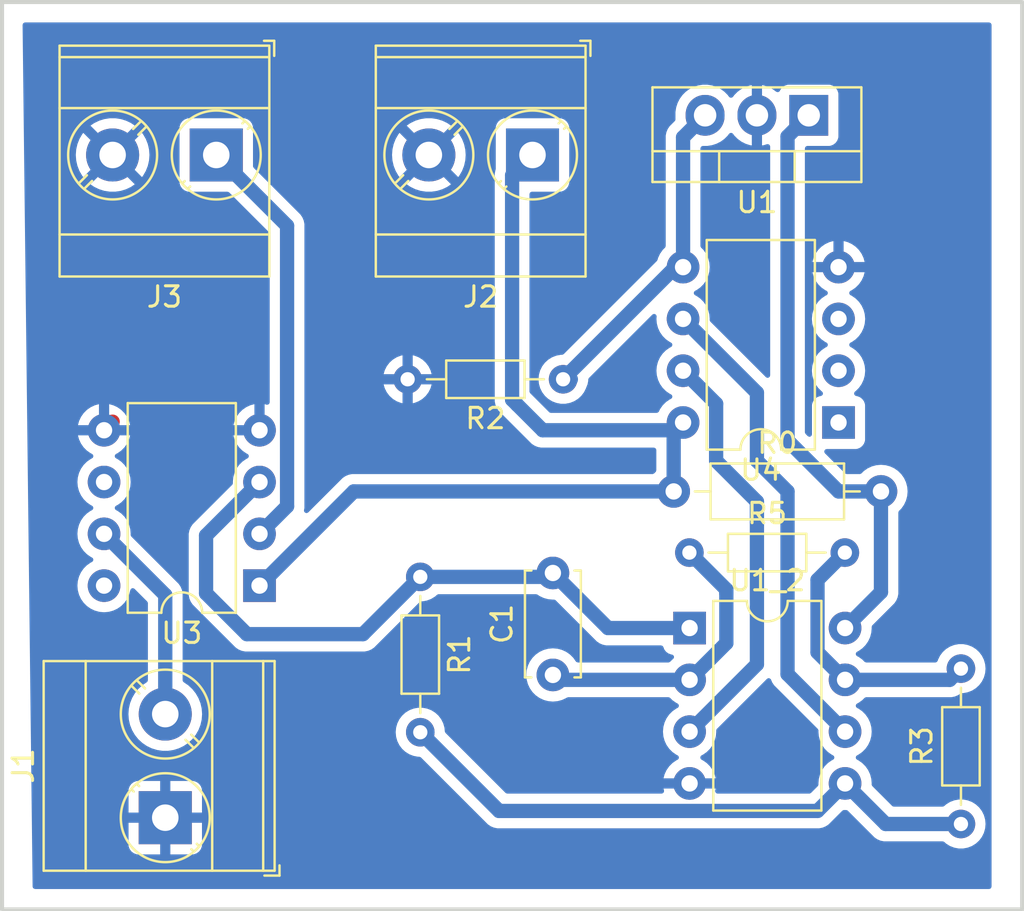
<source format=kicad_pcb>
(kicad_pcb (version 20240108) (generator "pcbnew") (generator_version "8.0")
  (layers (0 "F.Cu" signal) (31 "B.Cu" signal) (34 "B.Paste" user) (35 "F.Paste" user) (36 "B.SilkS" user "B.Silkscreen") (37 "F.SilkS" user "F.Silkscreen") (38 "B.Mask" user) (39 "F.Mask" user) (44 "Edge.Cuts" user))
  (net 0 "")
  (net 1 "Vb")
  (net 2 "Net-(U1_2-Pin_2)")
  (net 3 "Vcc")
  (net 4 "GND")
  (net 5 "Vr")
  (net 6 "Net-(U1_2-Pin_5)")
  (net 7 "Va")
  (net 8 "Net-(U1_2-Pin_3)")
  (net 9 "in_-")
  (net 14 "Net-(J1-Pin_2)")
  (net 16 "Net-(U1-VO)")
  (footprint "TerminalBlock_Phoenix:TerminalBlock_Phoenix_MKDS-3-2-5.08_1x02_P5.08mm_Horizontal" (layer "F.Cu") (at 138.5 82 180)
    (property "Reference" "J2" (at 2.54 -6.96 0) (layer "F.SilkS"))
    (property "Value" "V1_12")
    (fp_line (start 7.68 -5.96) (end 7.68 5.36) (stroke (width 0.12)) (layer "F.SilkS"))
    (fp_line (start 6.734 -1.388) (end 6.339 -0.992) (stroke (width 0.12)) (layer "F.SilkS"))
    (fp_line (start 6.468 -1.654) (end 6.088 -1.274) (stroke (width 0.12)) (layer "F.SilkS"))
    (fp_line (start 4.073 1.274) (end 3.693 1.654) (stroke (width 0.12)) (layer "F.SilkS"))
    (fp_line (start 3.822 0.992) (end 3.427 1.388) (stroke (width 0.12)) (layer "F.SilkS"))
    (fp_line (start 1.654 -1.388) (end 1.547 -1.281) (stroke (width 0.12)) (layer "F.SilkS"))
    (fp_line (start 1.388 -1.654) (end 1.281 -1.547) (stroke (width 0.12)) (layer "F.SilkS"))
    (fp_line (start -1.282 1.547) (end -1.388 1.654) (stroke (width 0.12)) (layer "F.SilkS"))
    (fp_line (start -1.548 1.281) (end -1.654 1.388) (stroke (width 0.12)) (layer "F.SilkS"))
    (fp_line (start -2.6 5.36) (end 7.68 5.36) (stroke (width 0.12)) (layer "F.SilkS"))
    (fp_line (start -2.6 4.8) (end 7.68 4.8) (stroke (width 0.12)) (layer "F.SilkS"))
    (fp_line (start -2.6 2.3) (end 7.68 2.3) (stroke (width 0.12)) (layer "F.SilkS"))
    (fp_line (start -2.6 -3.9) (end 7.68 -3.9) (stroke (width 0.12)) (layer "F.SilkS"))
    (fp_line (start -2.6 -5.96) (end 7.68 -5.96) (stroke (width 0.12)) (layer "F.SilkS"))
    (fp_line (start -2.6 -5.96) (end -2.6 5.36) (stroke (width 0.12)) (layer "F.SilkS"))
    (fp_line (start -2.84 5.6) (end -2.34 5.6) (stroke (width 0.12)) (layer "F.SilkS"))
    (fp_line (start -2.84 4.86) (end -2.84 5.6) (stroke (width 0.12)) (layer "F.SilkS"))
    (fp_circle (center 5.08 0) (end 7.26 0) (stroke (width 0.12)) (fill none) (layer "F.SilkS"))
    (fp_circle (center 0 0) (end 2.18 0) (stroke (width 0.12)) (fill none) (layer "F.SilkS"))
    (pad "1" thru_hole rect (at 0 0 180) (size 2.6 2.6) (drill 1.3) (layers "*.Cu" "*.Mask") (net 3 "Vcc"))
    (pad "2" thru_hole circle (at 5.08 0 180) (size 2.6 2.6) (drill 1.3) (layers "*.Cu" "*.Mask") (net 4 "GND"))
  )
  (footprint "Package_DIP:DIP-8_W7.62mm" (layer "F.Cu") (at 146.2 105.2)
    (property "Reference" "U1_2" (at 3.81 -2.33 0) (layer "F.SilkS"))
    (property "Value" "ADTL082")
    (fp_line (start 1.16 -1.33) (end 1.16 8.95) (stroke (width 0.12)) (layer "F.SilkS"))
    (fp_line (start 1.16 8.95) (end 6.46 8.95) (stroke (width 0.12)) (layer "F.SilkS"))
    (fp_line (start 2.81 -1.33) (end 1.16 -1.33) (stroke (width 0.12)) (layer "F.SilkS"))
    (fp_line (start 6.46 -1.33) (end 4.81 -1.33) (stroke (width 0.12)) (layer "F.SilkS"))
    (fp_line (start 6.46 8.95) (end 6.46 -1.33) (stroke (width 0.12)) (layer "F.SilkS"))
    (fp_arc (start 4.81 -1.33) (mid 3.81 -0.33) (end 2.81 -1.33) (stroke (width 0.12)) (layer "F.SilkS"))
    (pad "1" thru_hole rect (at 0 0) (size 1.6 1.6) (drill 0.8) (layers "*.Cu" "*.Mask") (net 1 "Vb"))
    (pad "2" thru_hole oval (at 0 2.54) (size 1.6 1.6) (drill 0.8) (layers "*.Cu" "*.Mask") (net 2 "Net-(U1_2-Pin_2)"))
    (pad "3" thru_hole oval (at 0 5.08) (size 1.6 1.6) (drill 0.8) (layers "*.Cu" "*.Mask") (net 8 "Net-(U1_2-Pin_3)"))
    (pad "4" thru_hole oval (at 0 7.62) (size 1.6 1.6) (drill 0.8) (layers "*.Cu" "*.Mask") (net 4 "GND"))
    (pad "5" thru_hole oval (at 7.62 7.62) (size 1.6 1.6) (drill 0.8) (layers "*.Cu" "*.Mask") (net 6 "Net-(U1_2-Pin_5)"))
    (pad "6" thru_hole oval (at 7.62 5.08) (size 1.6 1.6) (drill 0.8) (layers "*.Cu" "*.Mask") (net 9 "in_-"))
    (pad "7" thru_hole oval (at 7.62 2.54) (size 1.6 1.6) (drill 0.8) (layers "*.Cu" "*.Mask") (net 7 "Va"))
    (pad "8" thru_hole oval (at 7.62 0) (size 1.6 1.6) (drill 0.8) (layers "*.Cu" "*.Mask") (net 3 "Vcc"))
  )
  (footprint "TerminalBlock_Phoenix:TerminalBlock_Phoenix_MKDS-3-2-5.08_1x02_P5.08mm_Horizontal" (layer "F.Cu") (at 120.5 114.5 90)
    (property "Reference" "J1" (at 2.54 -6.96 90) (layer "F.SilkS"))
    (property "Value" "OUT")
    (fp_line (start 7.68 -5.96) (end 7.68 5.36) (stroke (width 0.12)) (layer "F.SilkS"))
    (fp_line (start -2.6 -5.96) (end 7.68 -5.96) (stroke (width 0.12)) (layer "F.SilkS"))
    (fp_line (start -2.6 -5.96) (end -2.6 5.36) (stroke (width 0.12)) (layer "F.SilkS"))
    (fp_line (start -2.6 -3.9) (end 7.68 -3.9) (stroke (width 0.12)) (layer "F.SilkS"))
    (fp_line (start 6.468 -1.654) (end 6.088 -1.274) (stroke (width 0.12)) (layer "F.SilkS"))
    (fp_line (start 1.388 -1.654) (end 1.281 -1.547) (stroke (width 0.12)) (layer "F.SilkS"))
    (fp_line (start 6.734 -1.388) (end 6.339 -0.992) (stroke (width 0.12)) (layer "F.SilkS"))
    (fp_line (start 1.654 -1.388) (end 1.547 -1.281) (stroke (width 0.12)) (layer "F.SilkS"))
    (fp_line (start 3.822 0.992) (end 3.427 1.388) (stroke (width 0.12)) (layer "F.SilkS"))
    (fp_line (start 4.073 1.274) (end 3.693 1.654) (stroke (width 0.12)) (layer "F.SilkS"))
    (fp_line (start -1.548 1.281) (end -1.654 1.388) (stroke (width 0.12)) (layer "F.SilkS"))
    (fp_line (start -1.282 1.547) (end -1.388 1.654) (stroke (width 0.12)) (layer "F.SilkS"))
    (fp_line (start -2.6 2.3) (end 7.68 2.3) (stroke (width 0.12)) (layer "F.SilkS"))
    (fp_line (start -2.6 4.8) (end 7.68 4.8) (stroke (width 0.12)) (layer "F.SilkS"))
    (fp_line (start -2.84 4.86) (end -2.84 5.6) (stroke (width 0.12)) (layer "F.SilkS"))
    (fp_line (start -2.6 5.36) (end 7.68 5.36) (stroke (width 0.12)) (layer "F.SilkS"))
    (fp_line (start -2.84 5.6) (end -2.34 5.6) (stroke (width 0.12)) (layer "F.SilkS"))
    (fp_circle (center 5.08 0) (end 7.26 0) (stroke (width 0.12)) (fill none) (layer "F.SilkS"))
    (fp_circle (center 0 0) (end 2.18 0) (stroke (width 0.12)) (fill none) (layer "F.SilkS"))
    (pad "1" thru_hole rect (at 0 0 90) (size 2.6 2.6) (drill 1.3) (layers "*.Cu" "*.Mask") (net 4 "GND"))
    (pad "2" thru_hole circle (at 5.08 0 90) (size 2.6 2.6) (drill 1.3) (layers "*.Cu" "*.Mask") (net 14 "Net-(J1-Pin_2)"))
  )
  (footprint "Resistor_THT:R_Axial_DIN0207_L6.3mm_D2.5mm_P10.16mm_Horizontal" (layer "F.Cu") (at 145.42 98.5)
    (property "Reference" "R0" (at 5.08 -2.37 0) (layer "F.SilkS"))
    (property "Value" "0")
    (fp_line (start 1.04 0) (end 1.81 0) (stroke (width 0.12)) (layer "F.SilkS"))
    (fp_line (start 1.81 -1.37) (end 1.81 1.37) (stroke (width 0.12)) (layer "F.SilkS"))
    (fp_line (start 1.81 1.37) (end 8.35 1.37) (stroke (width 0.12)) (layer "F.SilkS"))
    (fp_line (start 8.35 -1.37) (end 1.81 -1.37) (stroke (width 0.12)) (layer "F.SilkS"))
    (fp_line (start 8.35 1.37) (end 8.35 -1.37) (stroke (width 0.12)) (layer "F.SilkS"))
    (fp_line (start 9.12 0) (end 8.35 0) (stroke (width 0.12)) (layer "F.SilkS"))
    (pad "1" thru_hole circle (at 0 0) (size 1.6 1.6) (drill 0.8) (layers "*.Cu" "*.Mask") (net 3 "Vcc"))
    (pad "2" thru_hole oval (at 10.16 0) (size 1.6 1.6) (drill 0.8) (layers "*.Cu" "*.Mask") (net 3 "Vcc"))
  )
  (footprint "Package_DIP:DIP-8_W7.62mm" (layer "F.Cu") (at 153.5 95.12 180)
    (property "Reference" "U4" (at 3.81 -2.33 0) (layer "F.SilkS"))
    (property "Value" "ADTL082")
    (fp_line (start 6.46 8.95) (end 6.46 -1.33) (stroke (width 0.12)) (layer "F.SilkS"))
    (fp_line (start 6.46 -1.33) (end 4.81 -1.33) (stroke (width 0.12)) (layer "F.SilkS"))
    (fp_line (start 2.81 -1.33) (end 1.16 -1.33) (stroke (width 0.12)) (layer "F.SilkS"))
    (fp_line (start 1.16 8.95) (end 6.46 8.95) (stroke (width 0.12)) (layer "F.SilkS"))
    (fp_line (start 1.16 -1.33) (end 1.16 8.95) (stroke (width 0.12)) (layer "F.SilkS"))
    (fp_arc (start 4.81 -1.33) (mid 3.81 -0.33) (end 2.81 -1.33) (stroke (width 0.12)) (layer "F.SilkS"))
    (pad "1" thru_hole rect (at 0 0 180) (size 1.6 1.6) (drill 0.8) (layers "*.Cu" "*.Mask"))
    (pad "2" thru_hole oval (at 0 2.54 180) (size 1.6 1.6) (drill 0.8) (layers "*.Cu" "*.Mask"))
    (pad "3" thru_hole oval (at 0 5.08 180) (size 1.6 1.6) (drill 0.8) (layers "*.Cu" "*.Mask"))
    (pad "4" thru_hole oval (at 0 7.62 180) (size 1.6 1.6) (drill 0.8) (layers "*.Cu" "*.Mask") (net 4 "GND"))
    (pad "5" thru_hole oval (at 7.62 7.62 180) (size 1.6 1.6) (drill 0.8) (layers "*.Cu" "*.Mask") (net 16 "Net-(U1-VO)"))
    (pad "6" thru_hole oval (at 7.62 5.08 180) (size 1.6 1.6) (drill 0.8) (layers "*.Cu" "*.Mask") (net 9 "in_-"))
    (pad "7" thru_hole oval (at 7.62 2.54 180) (size 1.6 1.6) (drill 0.8) (layers "*.Cu" "*.Mask") (net 8 "Net-(U1_2-Pin_3)"))
    (pad "8" thru_hole oval (at 7.62 0 180) (size 1.6 1.6) (drill 0.8) (layers "*.Cu" "*.Mask") (net 3 "Vcc"))
  )
  (footprint "Resistor_THT:R_Axial_DIN0204_L3.6mm_D1.6mm_P7.62mm_Horizontal" (layer "F.Cu") (at 133 102.69 -90)
    (property "Reference" "R1" (at 3.81 -1.92 90) (layer "F.SilkS"))
    (property "Value" "22K")
    (fp_line (start 1.89 0.92) (end 5.73 0.92) (stroke (width 0.12)) (layer "F.SilkS"))
    (fp_line (start 5.73 0.92) (end 5.73 -0.92) (stroke (width 0.12)) (layer "F.SilkS"))
    (fp_line (start 0.94 0) (end 1.89 0) (stroke (width 0.12)) (layer "F.SilkS"))
    (fp_line (start 6.68 0) (end 5.73 0) (stroke (width 0.12)) (layer "F.SilkS"))
    (fp_line (start 1.89 -0.92) (end 1.89 0.92) (stroke (width 0.12)) (layer "F.SilkS"))
    (fp_line (start 5.73 -0.92) (end 1.89 -0.92) (stroke (width 0.12)) (layer "F.SilkS"))
    (pad "1" thru_hole circle (at 0 0 270) (size 1.4 1.4) (drill 0.7) (layers "*.Cu" "*.Mask") (net 1 "Vb"))
    (pad "2" thru_hole oval (at 7.62 0 270) (size 1.4 1.4) (drill 0.7) (layers "*.Cu" "*.Mask") (net 6 "Net-(U1_2-Pin_5)"))
  )
  (footprint "Resistor_THT:R_Axial_DIN0204_L3.6mm_D1.6mm_P7.62mm_Horizontal" (layer "F.Cu") (at 159.5 114.81 90)
    (property "Reference" "R3" (at 3.81 -1.92 90) (layer "F.SilkS"))
    (property "Value" "150K")
    (fp_line (start 5.73 -0.92) (end 1.89 -0.92) (stroke (width 0.12)) (layer "F.SilkS"))
    (fp_line (start 1.89 -0.92) (end 1.89 0.92) (stroke (width 0.12)) (layer "F.SilkS"))
    (fp_line (start 6.68 0) (end 5.73 0) (stroke (width 0.12)) (layer "F.SilkS"))
    (fp_line (start 0.94 0) (end 1.89 0) (stroke (width 0.12)) (layer "F.SilkS"))
    (fp_line (start 5.73 0.92) (end 5.73 -0.92) (stroke (width 0.12)) (layer "F.SilkS"))
    (fp_line (start 1.89 0.92) (end 5.73 0.92) (stroke (width 0.12)) (layer "F.SilkS"))
    (pad "1" thru_hole circle (at 0 0 90) (size 1.4 1.4) (drill 0.7) (layers "*.Cu" "*.Mask") (net 6 "Net-(U1_2-Pin_5)"))
    (pad "2" thru_hole oval (at 7.62 0 90) (size 1.4 1.4) (drill 0.7) (layers "*.Cu" "*.Mask") (net 7 "Va"))
  )
  (footprint "Package_DIP:DIP-8_W7.62mm" (layer "F.Cu") (at 125.12 103.12 180)
    (property "Reference" "U3" (at 3.81 -2.33 0) (layer "F.SilkS"))
    (property "Value" "LT1016")
    (fp_line (start 6.46 8.95) (end 6.46 -1.33) (stroke (width 0.12)) (layer "F.SilkS"))
    (fp_line (start 6.46 -1.33) (end 4.81 -1.33) (stroke (width 0.12)) (layer "F.SilkS"))
    (fp_line (start 2.81 -1.33) (end 1.16 -1.33) (stroke (width 0.12)) (layer "F.SilkS"))
    (fp_line (start 1.16 8.95) (end 6.46 8.95) (stroke (width 0.12)) (layer "F.SilkS"))
    (fp_line (start 1.16 -1.33) (end 1.16 8.95) (stroke (width 0.12)) (layer "F.SilkS"))
    (fp_arc (start 4.81 -1.33) (mid 3.81 -0.33) (end 2.81 -1.33) (stroke (width 0.12)) (layer "F.SilkS"))
    (pad "1" thru_hole rect (at 0 0 180) (size 1.6 1.6) (drill 0.8) (layers "*.Cu" "*.Mask") (net 3 "Vcc"))
    (pad "2" thru_hole oval (at 0 2.54 180) (size 1.6 1.6) (drill 0.8) (layers "*.Cu" "*.Mask") (net 5 "Vr"))
    (pad "3" thru_hole oval (at 0 5.08 180) (size 1.6 1.6) (drill 0.8) (layers "*.Cu" "*.Mask") (net 1 "Vb"))
    (pad "4" thru_hole oval (at 0 7.62 180) (size 1.6 1.6) (drill 0.8) (layers "*.Cu" "*.Mask") (net 4 "GND"))
    (pad "5" thru_hole oval (at 7.62 7.62 180) (size 1.6 1.6) (drill 0.8) (layers "*.Cu" "*.Mask") (net 4 "GND"))
    (pad "6" thru_hole oval (at 7.62 5.08 180) (size 1.6 1.6) (drill 0.8) (layers "*.Cu" "*.Mask"))
    (pad "7" thru_hole oval (at 7.62 2.54 180) (size 1.6 1.6) (drill 0.8) (layers "*.Cu" "*.Mask") (net 14 "Net-(J1-Pin_2)"))
    (pad "8" thru_hole oval (at 7.62 0 180) (size 1.6 1.6) (drill 0.8) (layers "*.Cu" "*.Mask"))
  )
  (footprint "Capacitor_THT:C_Disc_D5.0mm_W2.5mm_P5.00mm" (layer "F.Cu") (at 139.5 107.5 90)
    (property "Reference" "C1" (at 2.5 -2.5 90) (layer "F.SilkS"))
    (property "Value" "220p")
    (fp_line (start 5.12 -1.37) (end 5.12 -1.055) (stroke (width 0.12)) (layer "F.SilkS"))
    (fp_line (start -0.12 -1.37) (end 5.12 -1.37) (stroke (width 0.12)) (layer "F.SilkS"))
    (fp_line (start -0.12 -1.37) (end -0.12 -1.055) (stroke (width 0.12)) (layer "F.SilkS"))
    (fp_line (start 5.12 1.055) (end 5.12 1.37) (stroke (width 0.12)) (layer "F.SilkS"))
    (fp_line (start -0.12 1.055) (end -0.12 1.37) (stroke (width 0.12)) (layer "F.SilkS"))
    (fp_line (start -0.12 1.37) (end 5.12 1.37) (stroke (width 0.12)) (layer "F.SilkS"))
    (pad "1" thru_hole circle (at 0 0 90) (size 1.6 1.6) (drill 0.8) (layers "*.Cu" "*.Mask") (net 2 "Net-(U1_2-Pin_2)"))
    (pad "2" thru_hole circle (at 5 0 90) (size 1.6 1.6) (drill 0.8) (layers "*.Cu" "*.Mask") (net 1 "Vb"))
  )
  (footprint "Resistor_THT:R_Axial_DIN0204_L3.6mm_D1.6mm_P7.62mm_Horizontal" (layer "F.Cu") (at 146.19 101.5)
    (property "Reference" "R5" (at 3.81 -1.92 0) (layer "F.SilkS"))
    (property "Value" "22K")
    (fp_line (start 0.94 0) (end 1.89 0) (stroke (width 0.12)) (layer "F.SilkS"))
    (fp_line (start 1.89 -0.92) (end 1.89 0.92) (stroke (width 0.12)) (layer "F.SilkS"))
    (fp_line (start 1.89 0.92) (end 5.73 0.92) (stroke (width 0.12)) (layer "F.SilkS"))
    (fp_line (start 5.73 -0.92) (end 1.89 -0.92) (stroke (width 0.12)) (layer "F.SilkS"))
    (fp_line (start 5.73 0.92) (end 5.73 -0.92) (stroke (width 0.12)) (layer "F.SilkS"))
    (fp_line (start 6.68 0) (end 5.73 0) (stroke (width 0.12)) (layer "F.SilkS"))
    (pad "1" thru_hole circle (at 0 0) (size 1.4 1.4) (drill 0.7) (layers "*.Cu" "*.Mask") (net 2 "Net-(U1_2-Pin_2)"))
    (pad "2" thru_hole oval (at 7.62 0) (size 1.4 1.4) (drill 0.7) (layers "*.Cu" "*.Mask") (net 7 "Va"))
  )
  (footprint "Package_TO_SOT_THT:TO-220-3_Vertical" (layer "F.Cu") (at 152.04 80.055 180)
    (property "Reference" "U1" (at 2.54 -4.27 0) (layer "F.SilkS"))
    (property "Value" "LM7806_TO220")
    (fp_line (start 7.66 -3.27) (end 7.66 1.371) (stroke (width 0.12)) (layer "F.SilkS"))
    (fp_line (start 4.391 -3.27) (end 4.391 -1.76) (stroke (width 0.12)) (layer "F.SilkS"))
    (fp_line (start 0.69 -3.27) (end 0.69 -1.76) (stroke (width 0.12)) (layer "F.SilkS"))
    (fp_line (start -2.58 1.371) (end 7.66 1.371) (stroke (width 0.12)) (layer "F.SilkS"))
    (fp_line (start -2.58 -1.76) (end 7.66 -1.76) (stroke (width 0.12)) (layer "F.SilkS"))
    (fp_line (start -2.58 -3.27) (end 7.66 -3.27) (stroke (width 0.12)) (layer "F.SilkS"))
    (fp_line (start -2.58 -3.27) (end -2.58 1.371) (stroke (width 0.12)) (layer "F.SilkS"))
    (pad "1" thru_hole rect (at 0 0 180) (size 1.905 2) (drill 1.1) (layers "*.Cu" "*.Mask") (net 3 "Vcc"))
    (pad "2" thru_hole oval (at 2.54 0 180) (size 1.905 2) (drill 1.1) (layers "*.Cu" "*.Mask") (net 4 "GND"))
    (pad "3" thru_hole oval (at 5.08 0 180) (size 1.905 2) (drill 1.1) (layers "*.Cu" "*.Mask") (net 16 "Net-(U1-VO)"))
  )
  (footprint "Resistor_THT:R_Axial_DIN0204_L3.6mm_D1.6mm_P7.62mm_Horizontal" (layer "F.Cu") (at 140 93 180)
    (property "Reference" "R2" (at 3.81 -1.92 0) (layer "F.SilkS"))
    (property "Value" "100k")
    (fp_line (start 6.68 0) (end 5.73 0) (stroke (width 0.12)) (layer "F.SilkS"))
    (fp_line (start 5.73 0.92) (end 5.73 -0.92) (stroke (width 0.12)) (layer "F.SilkS"))
    (fp_line (start 5.73 -0.92) (end 1.89 -0.92) (stroke (width 0.12)) (layer "F.SilkS"))
    (fp_line (start 1.89 0.92) (end 5.73 0.92) (stroke (width 0.12)) (layer "F.SilkS"))
    (fp_line (start 1.89 -0.92) (end 1.89 0.92) (stroke (width 0.12)) (layer "F.SilkS"))
    (fp_line (start 0.94 0) (end 1.89 0) (stroke (width 0.12)) (layer "F.SilkS"))
    (pad "1" thru_hole circle (at 0 0 180) (size 1.4 1.4) (drill 0.7) (layers "*.Cu" "*.Mask") (net 16 "Net-(U1-VO)"))
    (pad "2" thru_hole oval (at 7.62 0 180) (size 1.4 1.4) (drill 0.7) (layers "*.Cu" "*.Mask") (net 4 "GND"))
  )
  (footprint "TerminalBlock_Phoenix:TerminalBlock_Phoenix_MKDS-3-2-5.08_1x02_P5.08mm_Horizontal" (layer "F.Cu") (at 123 82 180)
    (property "Reference" "J3" (at 2.54 -6.96 0) (layer "F.SilkS"))
    (property "Value" "SIN")
    (fp_line (start 7.68 -5.96) (end 7.68 5.36) (stroke (width 0.12)) (layer "F.SilkS"))
    (fp_line (start 6.734 -1.388) (end 6.339 -0.992) (stroke (width 0.12)) (layer "F.SilkS"))
    (fp_line (start 6.468 -1.654) (end 6.088 -1.274) (stroke (width 0.12)) (layer "F.SilkS"))
    (fp_line (start 4.073 1.274) (end 3.693 1.654) (stroke (width 0.12)) (layer "F.SilkS"))
    (fp_line (start 3.822 0.992) (end 3.427 1.388) (stroke (width 0.12)) (layer "F.SilkS"))
    (fp_line (start 1.654 -1.388) (end 1.547 -1.281) (stroke (width 0.12)) (layer "F.SilkS"))
    (fp_line (start 1.388 -1.654) (end 1.281 -1.547) (stroke (width 0.12)) (layer "F.SilkS"))
    (fp_line (start -1.282 1.547) (end -1.388 1.654) (stroke (width 0.12)) (layer "F.SilkS"))
    (fp_line (start -1.548 1.281) (end -1.654 1.388) (stroke (width 0.12)) (layer "F.SilkS"))
    (fp_line (start -2.6 5.36) (end 7.68 5.36) (stroke (width 0.12)) (layer "F.SilkS"))
    (fp_line (start -2.6 4.8) (end 7.68 4.8) (stroke (width 0.12)) (layer "F.SilkS"))
    (fp_line (start -2.6 2.3) (end 7.68 2.3) (stroke (width 0.12)) (layer "F.SilkS"))
    (fp_line (start -2.6 -3.9) (end 7.68 -3.9) (stroke (width 0.12)) (layer "F.SilkS"))
    (fp_line (start -2.6 -5.96) (end 7.68 -5.96) (stroke (width 0.12)) (layer "F.SilkS"))
    (fp_line (start -2.6 -5.96) (end -2.6 5.36) (stroke (width 0.12)) (layer "F.SilkS"))
    (fp_line (start -2.84 5.6) (end -2.34 5.6) (stroke (width 0.12)) (layer "F.SilkS"))
    (fp_line (start -2.84 4.86) (end -2.84 5.6) (stroke (width 0.12)) (layer "F.SilkS"))
    (fp_circle (center 5.08 0) (end 7.26 0) (stroke (width 0.12)) (fill none) (layer "F.SilkS"))
    (fp_circle (center 0 0) (end 2.18 0) (stroke (width 0.12)) (fill none) (layer "F.SilkS"))
    (pad "1" thru_hole rect (at 0 0 180) (size 2.6 2.6) (drill 1.3) (layers "*.Cu" "*.Mask") (net 5 "Vr"))
    (pad "2" thru_hole circle (at 5.08 0 180) (size 2.6 2.6) (drill 1.3) (layers "*.Cu" "*.Mask") (net 4 "GND"))
  )
  (gr_rect (start 112.5 74.5) (end 162.5 119) (stroke (width 0.2)) (fill none) (layer "Edge.Cuts"))
  (segment (start 122.5 100.66) (end 125.12 98.04) (width 0.7) (layer "B.Cu") (net 1))
  (segment (start 133 102.69) (end 139.31 102.69) (width 0.7) (layer "B.Cu") (net 1))
  (segment (start 122.5 103.5) (end 122.5 100.66) (width 0.7) (layer "B.Cu") (net 1))
  (segment (start 142.2 105.2) (end 139.5 102.5) (width 0.7) (layer "B.Cu") (net 1))
  (segment (start 139.31 102.69) (end 139.5 102.5) (width 0.7) (layer "B.Cu") (net 1))
  (segment (start 146.2 105.2) (end 142.2 105.2) (width 0.7) (layer "B.Cu") (net 1))
  (segment (start 133 102.69) (end 130.19 105.5) (width 0.7) (layer "B.Cu") (net 1))
  (segment (start 124.5 105.5) (end 122.5 103.5) (width 0.7) (layer "B.Cu") (net 1))
  (segment (start 130.19 105.5) (end 124.5 105.5) (width 0.7) (layer "B.Cu") (net 1))
  (segment (start 148 103.5) (end 148 105.94) (width 0.7) (layer "B.Cu") (net 2))
  (segment (start 148 103.31) (end 148 103.5) (width 0.7) (layer "B.Cu") (net 2))
  (segment (start 148 105.94) (end 146.2 107.74) (width 0.7) (layer "B.Cu") (net 2))
  (segment (start 139.74 107.74) (end 139.5 107.5) (width 0.7) (layer "B.Cu") (net 2))
  (segment (start 146.2 107.74) (end 139.74 107.74) (width 0.7) (layer "B.Cu") (net 2))
  (segment (start 146.19 101.5) (end 148 103.31) (width 0.7) (layer "B.Cu") (net 2))
  (segment (start 145.5 95.5) (end 145.88 95.12) (width 0.7) (layer "B.Cu") (net 3))
  (segment (start 137.5 83) (end 137.5 94) (width 0.7) (layer "B.Cu") (net 3))
  (segment (start 137.5 94) (end 137.75 94.25) (width 0.7) (layer "B.Cu") (net 3))
  (segment (start 155.58 103.44) (end 153.82 105.2) (width 0.7) (layer "B.Cu") (net 3))
  (segment (start 155.58 98.5) (end 155.58 103.44) (width 0.7) (layer "B.Cu") (net 3))
  (segment (start 125.12 103.12) (end 129.74 98.5) (width 0.7) (layer "B.Cu") (net 3))
  (segment (start 145.42 98.5) (end 145.42 95.58) (width 0.7) (layer "B.Cu") (net 3))
  (segment (start 145.42 95.58) (end 145.88 95.12) (width 0.7) (layer "B.Cu") (net 3))
  (segment (start 138.5 82) (end 137.5 83) (width 0.7) (layer "B.Cu") (net 3))
  (segment (start 151 81.095) (end 152.04 80.055) (width 0.7) (layer "B.Cu") (net 3))
  (segment (start 129.74 98.5) (end 145.42 98.5) (width 0.7) (layer "B.Cu") (net 3))
  (segment (start 139 95.5) (end 145.5 95.5) (width 0.7) (layer "B.Cu") (net 3))
  (segment (start 153.5 98.5) (end 155.58 98.5) (width 0.7) (layer "B.Cu") (net 3))
  (segment (start 137.75 94.25) (end 139 95.5) (width 0.7) (layer "B.Cu") (net 3))
  (segment (start 151 96) (end 151 81.095) (width 0.7) (layer "B.Cu") (net 3))
  (segment (start 151 96) (end 153.5 98.5) (width 0.7) (layer "B.Cu") (net 3))
  (segment (start 117.92 95.08) (end 117.5 95.5) (width 0.7) (layer "F.Cu") (net 4))
  (segment (start 126.47 99.23) (end 126.47 85.47) (width 0.7) (layer "B.Cu") (net 5))
  (segment (start 126.47 85.47) (end 123 82) (width 0.7) (layer "B.Cu") (net 5))
  (segment (start 125.12 100.58) (end 126.47 99.23) (width 0.7) (layer "B.Cu") (net 5))
  (segment (start 152.47 114.17) (end 153.82 112.82) (width 0.7) (layer "B.Cu") (net 6))
  (segment (start 136.86 114.17) (end 152.47 114.17) (width 0.7) (layer "B.Cu") (net 6))
  (segment (start 153.82 112.82) (end 155.81 114.81) (width 0.7) (layer "B.Cu") (net 6))
  (segment (start 159.5 114.81) (end 155.81 114.81) (width 0.7) (layer "B.Cu") (net 6))
  (segment (start 133 110.31) (end 136.86 114.17) (width 0.7) (layer "B.Cu") (net 6))
  (segment (start 153.82 107.74) (end 152.47 106.39) (width 0.7) (layer "B.Cu") (net 7))
  (segment (start 152.47 106.39) (end 152.47 102.84) (width 0.7) (layer "B.Cu") (net 7))
  (segment (start 153.82 107.74) (end 158.95 107.74) (width 0.7) (layer "B.Cu") (net 7))
  (segment (start 158.95 107.74) (end 159.5 107.19) (width 0.7) (layer "B.Cu") (net 7))
  (segment (start 152.47 102.84) (end 153.81 101.5) (width 0.7) (layer "B.Cu") (net 7))
  (segment (start 145.88 92.58) (end 147.5 94.2) (width 0.7) (layer "B.Cu") (net 8))
  (segment (start 147.5 94.2) (end 147.5 97) (width 0.7) (layer "B.Cu") (net 8))
  (segment (start 149.5 106.98) (end 146.2 110.28) (width 0.7) (layer "B.Cu") (net 8))
  (segment (start 149.5 99) (end 149.5 106.98) (width 0.7) (layer "B.Cu") (net 8))
  (segment (start 147.5 97) (end 149.5 99) (width 0.7) (layer "B.Cu") (net 8))
  (segment (start 151 107.46) (end 151 98.5) (width 0.7) (layer "B.Cu") (net 9))
  (segment (start 153.82 110.28) (end 151 107.46) (width 0.7) (layer "B.Cu") (net 9))
  (segment (start 151 98.5) (end 149.5 97) (width 0.7) (layer "B.Cu") (net 9))
  (segment (start 149.5 93.66) (end 145.88 90.04) (width 0.7) (layer "B.Cu") (net 9))
  (segment (start 149.5 97) (end 149.5 93.66) (width 0.7) (layer "B.Cu") (net 9))
  (segment (start 120.5 103.58) (end 120.5 109.42) (width 0.7) (layer "B.Cu") (net 14))
  (segment (start 117.5 100.58) (end 120.5 103.58) (width 0.7) (layer "B.Cu") (net 14))
  (segment (start 145.5 87.5) (end 145.88 87.5) (width 0.7) (layer "B.Cu") (net 16))
  (segment (start 140.38 93) (end 140 93) (width 0.7) (layer "B.Cu") (net 16))
  (segment (start 140 93) (end 145.5 87.5) (width 0.7) (layer "B.Cu") (net 16))
  (segment (start 145.88 81.135) (end 146.96 80.055) (width 0.7) (layer "B.Cu") (net 16))
  (segment (start 145.88 87.5) (end 145.88 81.135) (width 0.7) (layer "B.Cu") (net 16))
  (zone (net 4) (net_name "GND") (layer "B.Cu") (connect_pads (clearance 0.5)) (min_thickness 0.25) (fill yes (thermal_gap 0.5) (thermal_bridge_width 0.5))
    (polygon (pts (xy 113.5 75.5) (xy 161 75.5) (xy 161 118) (xy 114 118) (xy 113.5 75)))
  )
)
</source>
